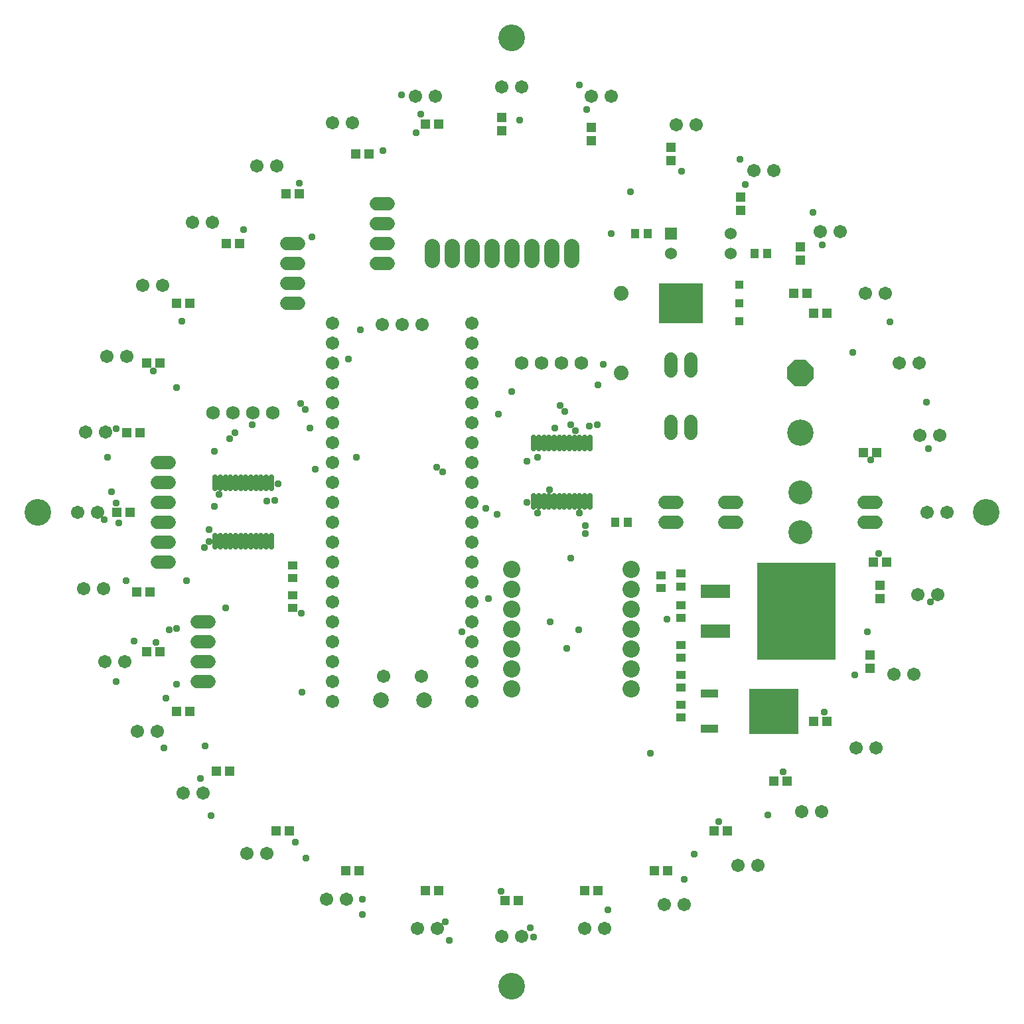
<source format=gbr>
G04 EAGLE Gerber RS-274X export*
G75*
%MOMM*%
%FSLAX34Y34*%
%LPD*%
%INSoldermask Top*%
%IPPOS*%
%AMOC8*
5,1,8,0,0,1.08239X$1,22.5*%
G01*
G04 Define Apertures*
%ADD10C,3.403200*%
%ADD11R,1.173400X1.124100*%
%ADD12P,3.62904X8X112.5*%
%ADD13C,3.352800*%
%ADD14C,1.879600*%
%ADD15C,2.203200*%
%ADD16R,1.203200X1.303200*%
%ADD17R,1.303200X1.203200*%
%ADD18R,1.001900X1.177100*%
%ADD19C,1.710300*%
%ADD20C,0.653200*%
%ADD21C,1.711200*%
%ADD22C,2.003200*%
%ADD23C,1.703200*%
%ADD24R,1.524000X1.524000*%
%ADD25C,1.524000*%
%ADD26R,2.193800X1.142200*%
%ADD27R,6.324600X5.715000*%
%ADD28C,1.981200*%
%ADD29C,1.727200*%
%ADD30C,1.727200*%
%ADD31R,1.177100X1.001900*%
%ADD32R,1.111200X1.112200*%
%ADD33R,5.708600X5.127000*%
%ADD34R,3.703200X1.803200*%
%ADD35R,9.953200X12.403200*%
%ADD36C,0.959600*%
%ADD37C,3.053200*%
D10*
X605000Y0D03*
X0Y-605000D03*
X-605000Y0D03*
X0Y605000D03*
D11*
X215900Y-208154D03*
X215900Y-223646D03*
X215900Y-261746D03*
X215900Y-246254D03*
D12*
X368300Y177800D03*
D13*
X368300Y101600D03*
D14*
X139700Y279400D03*
X139700Y177800D03*
D15*
X152400Y-225200D03*
X152400Y-199800D03*
X152400Y-174400D03*
X152400Y-149000D03*
X152400Y-123600D03*
X152400Y-98200D03*
X152400Y-72800D03*
X0Y-72800D03*
X0Y-98200D03*
X0Y-123600D03*
X0Y-149000D03*
X0Y-174400D03*
X0Y-199800D03*
X0Y-225200D03*
D16*
X-503800Y0D03*
X-486800Y0D03*
X-110100Y-482600D03*
X-93100Y-482600D03*
X-211700Y-457200D03*
X-194700Y-457200D03*
X-300600Y-406400D03*
X-283600Y-406400D03*
X-376800Y-330200D03*
X-359800Y-330200D03*
X-427600Y-254000D03*
X-410600Y-254000D03*
X-465700Y-177800D03*
X-448700Y-177800D03*
X-478400Y-101600D03*
X-461400Y-101600D03*
X478400Y-63500D03*
X461400Y-63500D03*
D17*
X469900Y-93100D03*
X469900Y-110100D03*
X457200Y-182000D03*
X457200Y-199000D03*
D16*
X-491100Y101600D03*
X-474100Y101600D03*
X402200Y-266700D03*
X385200Y-266700D03*
X351400Y-342900D03*
X334400Y-342900D03*
X275200Y-406400D03*
X258200Y-406400D03*
X199000Y-457200D03*
X182000Y-457200D03*
X110100Y-482600D03*
X93100Y-482600D03*
D17*
X-12700Y503800D03*
X-12700Y486800D03*
X101600Y491100D03*
X101600Y474100D03*
X203200Y465700D03*
X203200Y448700D03*
X292100Y402200D03*
X292100Y385200D03*
X368300Y338700D03*
X368300Y321700D03*
D16*
X-465700Y190500D03*
X-448700Y190500D03*
X376800Y279400D03*
X359800Y279400D03*
X402200Y254000D03*
X385200Y254000D03*
X465700Y76200D03*
X448700Y76200D03*
D18*
X173252Y355600D03*
X156948Y355600D03*
X309348Y330200D03*
X325652Y330200D03*
D16*
X-427600Y266700D03*
X-410600Y266700D03*
X-364100Y342900D03*
X-347100Y342900D03*
X-287900Y406400D03*
X-270900Y406400D03*
X-199000Y457200D03*
X-182000Y457200D03*
X-110100Y495300D03*
X-93100Y495300D03*
X-8500Y-495300D03*
X8500Y-495300D03*
D19*
X-528320Y0D03*
X-553720Y0D03*
X-95250Y-530860D03*
X-120650Y-530860D03*
X-210820Y-494030D03*
X-236220Y-494030D03*
X-312420Y-435610D03*
X-337820Y-435610D03*
X-393700Y-358140D03*
X-419100Y-358140D03*
X-452120Y-279400D03*
X-477520Y-279400D03*
X-494030Y-190500D03*
X-519430Y-190500D03*
X-520700Y-97790D03*
X-546100Y-97790D03*
X554990Y0D03*
X529590Y0D03*
X543560Y-105410D03*
X518160Y-105410D03*
X513080Y-207010D03*
X487680Y-207010D03*
X-518415Y102168D03*
X-543815Y102168D03*
X464820Y-300990D03*
X439420Y-300990D03*
X394970Y-382270D03*
X369570Y-382270D03*
X313690Y-450850D03*
X288290Y-450850D03*
X219710Y-500380D03*
X194310Y-500380D03*
X118110Y-530860D03*
X92710Y-530860D03*
X12700Y542205D03*
X-12700Y542205D03*
X127000Y530860D03*
X101600Y530860D03*
X234950Y494030D03*
X209550Y494030D03*
X334010Y435610D03*
X308610Y435610D03*
X419100Y358140D03*
X393700Y358140D03*
X-491188Y198702D03*
X-516588Y198702D03*
X476250Y279400D03*
X450850Y279400D03*
X519430Y190500D03*
X494030Y190500D03*
X546100Y97790D03*
X520700Y97790D03*
X-445770Y289560D03*
X-471170Y289560D03*
X-382270Y369570D03*
X-407670Y369570D03*
X-299720Y441960D03*
X-325120Y441960D03*
X-203200Y496570D03*
X-228600Y496570D03*
X-97790Y530860D03*
X-123190Y530860D03*
X12700Y-541020D03*
X-12700Y-541020D03*
D20*
X99250Y81050D02*
X99250Y95050D01*
X92750Y95050D02*
X92750Y81050D01*
X86250Y81050D02*
X86250Y95050D01*
X79750Y95050D02*
X79750Y81050D01*
X73250Y81050D02*
X73250Y95050D01*
X66750Y95050D02*
X66750Y81050D01*
X60250Y81050D02*
X60250Y95050D01*
X53750Y95050D02*
X53750Y81050D01*
X47250Y81050D02*
X47250Y95050D01*
X40750Y95050D02*
X40750Y81050D01*
X34250Y81050D02*
X34250Y95050D01*
X27750Y95050D02*
X27750Y81050D01*
X27750Y20550D02*
X27750Y6550D01*
X34250Y6550D02*
X34250Y20550D01*
X40750Y20550D02*
X40750Y6550D01*
X47250Y6550D02*
X47250Y20550D01*
X53750Y20550D02*
X53750Y6550D01*
X60250Y6550D02*
X60250Y20550D01*
X66750Y20550D02*
X66750Y6550D01*
X73250Y6550D02*
X73250Y20550D01*
X79750Y20550D02*
X79750Y6550D01*
X86250Y6550D02*
X86250Y20550D01*
X92750Y20550D02*
X92750Y6550D01*
X99250Y6550D02*
X99250Y20550D01*
X-378650Y-30250D02*
X-378650Y-44250D01*
X-372150Y-44250D02*
X-372150Y-30250D01*
X-365650Y-30250D02*
X-365650Y-44250D01*
X-359150Y-44250D02*
X-359150Y-30250D01*
X-352650Y-30250D02*
X-352650Y-44250D01*
X-346150Y-44250D02*
X-346150Y-30250D01*
X-339650Y-30250D02*
X-339650Y-44250D01*
X-333150Y-44250D02*
X-333150Y-30250D01*
X-326650Y-30250D02*
X-326650Y-44250D01*
X-320150Y-44250D02*
X-320150Y-30250D01*
X-313650Y-30250D02*
X-313650Y-44250D01*
X-307150Y-44250D02*
X-307150Y-30250D01*
X-307150Y30250D02*
X-307150Y44250D01*
X-313650Y44250D02*
X-313650Y30250D01*
X-320150Y30250D02*
X-320150Y44250D01*
X-326650Y44250D02*
X-326650Y30250D01*
X-333150Y30250D02*
X-333150Y44250D01*
X-339650Y44250D02*
X-339650Y30250D01*
X-346150Y30250D02*
X-346150Y44250D01*
X-352650Y44250D02*
X-352650Y30250D01*
X-359150Y30250D02*
X-359150Y44250D01*
X-365650Y44250D02*
X-365650Y30250D01*
X-372150Y30250D02*
X-372150Y44250D01*
X-378650Y44250D02*
X-378650Y30250D01*
D21*
X-50800Y-241300D03*
X-50800Y-215900D03*
X-50800Y-88900D03*
X-50800Y-63500D03*
X-50800Y-190500D03*
X-50800Y-165100D03*
X-50800Y-114300D03*
X-50800Y-139700D03*
X-50800Y-38100D03*
X-50800Y-12700D03*
X-50800Y12700D03*
X-50800Y38100D03*
X-50800Y63500D03*
X-50800Y88900D03*
X-50800Y114300D03*
X-50800Y139700D03*
X-50800Y165100D03*
X-50800Y190500D03*
X-50800Y215900D03*
X-50800Y241300D03*
X-228600Y241300D03*
X-228600Y215900D03*
X-228600Y190500D03*
X-228600Y165100D03*
X-228600Y139700D03*
X-228600Y114300D03*
X-228600Y88900D03*
X-228600Y63500D03*
X-228600Y38100D03*
X-228600Y12700D03*
X-228600Y-12700D03*
X-228600Y-38100D03*
X-228600Y-63500D03*
X-228600Y-88900D03*
X-228600Y-114300D03*
X-228600Y-139700D03*
X-228600Y-165100D03*
X-228600Y-190500D03*
X-228600Y-215900D03*
X-228600Y-241300D03*
D22*
X-112450Y-240000D03*
X-166950Y-240000D03*
D23*
X-115450Y-209700D03*
X-163950Y-209700D03*
D21*
X-114300Y239000D03*
X-139700Y239000D03*
X-165100Y239000D03*
D24*
X203200Y354974D03*
D25*
X203200Y329574D03*
X279400Y329574D03*
X279400Y354974D03*
D26*
X251849Y-231500D03*
X251849Y-276500D03*
D27*
X333883Y-254000D03*
D28*
X-25400Y321310D02*
X-25400Y339090D01*
X0Y339090D02*
X0Y321310D01*
X-50800Y321310D02*
X-50800Y339090D01*
X-76200Y339090D02*
X-76200Y321310D01*
X-101600Y321310D02*
X-101600Y339090D01*
X25400Y339090D02*
X25400Y321310D01*
X50800Y321310D02*
X50800Y339090D01*
X76200Y339090D02*
X76200Y321310D01*
D29*
X449580Y12700D02*
X464820Y12700D01*
X464820Y-12700D02*
X449580Y-12700D01*
X210820Y12700D02*
X195580Y12700D01*
X195580Y-12700D02*
X210820Y-12700D01*
X271780Y12700D02*
X287020Y12700D01*
X287020Y-12700D02*
X271780Y-12700D01*
X-271780Y317500D02*
X-287020Y317500D01*
X-287020Y292100D02*
X-271780Y292100D01*
X-271780Y266700D02*
X-287020Y266700D01*
X-287020Y342900D02*
X-271780Y342900D01*
X-172720Y368300D02*
X-157480Y368300D01*
X-157480Y342900D02*
X-172720Y342900D01*
X-172720Y317500D02*
X-157480Y317500D01*
X-157480Y393700D02*
X-172720Y393700D01*
X202692Y195580D02*
X202692Y180340D01*
X228092Y180340D02*
X228092Y195580D01*
X203200Y115927D02*
X203200Y100687D01*
X228600Y100687D02*
X228600Y115927D01*
D30*
X63500Y190500D03*
X38100Y190500D03*
X12700Y190500D03*
X88900Y190500D03*
X-330200Y127000D03*
X-355600Y127000D03*
X-381000Y127000D03*
X-304800Y127000D03*
D18*
X131548Y-12700D03*
X147852Y-12700D03*
D31*
X-279400Y-84352D03*
X-279400Y-68048D03*
X-279400Y-122452D03*
X-279400Y-106148D03*
X215900Y-118848D03*
X215900Y-135152D03*
X215900Y-78513D03*
X215900Y-94817D03*
D32*
X290203Y243586D03*
X290203Y266700D03*
X290203Y289814D03*
D33*
X215384Y266700D03*
D29*
X-436880Y12700D02*
X-452120Y12700D01*
X-452120Y38100D02*
X-436880Y38100D01*
X-436880Y63500D02*
X-452120Y63500D01*
X-452120Y-12700D02*
X-436880Y-12700D01*
X-436880Y-38100D02*
X-452120Y-38100D01*
X-452120Y-63500D02*
X-436880Y-63500D01*
X-401320Y-190500D02*
X-386080Y-190500D01*
X-386080Y-165100D02*
X-401320Y-165100D01*
X-401320Y-139700D02*
X-386080Y-139700D01*
X-386080Y-215900D02*
X-401320Y-215900D01*
D11*
X190500Y-81154D03*
X190500Y-96646D03*
X215900Y-170054D03*
X215900Y-185546D03*
D34*
X259770Y-101400D03*
X259770Y-152200D03*
D35*
X362520Y-126800D03*
D36*
X70000Y-173750D03*
X-380000Y7500D03*
X-342500Y360000D03*
X55000Y107500D03*
X110000Y162500D03*
X61250Y136250D03*
X151250Y408750D03*
X67500Y128750D03*
X75000Y111250D03*
X81250Y103750D03*
X98750Y110000D03*
X108750Y111250D03*
X93750Y-17500D03*
X467500Y-52500D03*
X86250Y-1250D03*
X93750Y-27500D03*
X453750Y-152500D03*
X75000Y-58750D03*
X398750Y-255000D03*
X85000Y-150000D03*
X346250Y-331250D03*
X176250Y-307500D03*
X263750Y-395000D03*
X122500Y-507500D03*
X-267500Y-230000D03*
X-13750Y-483750D03*
X-427500Y-148750D03*
X-427500Y-220000D03*
X-437500Y-150000D03*
X-453750Y-166250D03*
X-492500Y-87500D03*
X-415000Y-87500D03*
X-505000Y11250D03*
X-373750Y22500D03*
X-380000Y77500D03*
X-360000Y93750D03*
X-457500Y180000D03*
X-353750Y101250D03*
X-427500Y158750D03*
X-331250Y111250D03*
X-208750Y195000D03*
X-255000Y351250D03*
X-122500Y483750D03*
X32500Y70000D03*
X-33750Y5000D03*
X32500Y-1250D03*
X18750Y12500D03*
X-198750Y70000D03*
X-251250Y55000D03*
X-270000Y138750D03*
X-263750Y131250D03*
X47500Y28750D03*
X-386250Y-37500D03*
X95000Y513750D03*
X86250Y545000D03*
X297500Y417500D03*
X291250Y450000D03*
X-80000Y-546250D03*
X-85000Y-522500D03*
X-191250Y-493750D03*
X-191250Y-513750D03*
X-443750Y-301250D03*
X-441250Y-237500D03*
X-505000Y-216250D03*
X-482500Y-165000D03*
X-141250Y532500D03*
X-116250Y507500D03*
X396250Y341250D03*
X383750Y382500D03*
X-397500Y-340000D03*
X-383750Y-387500D03*
X-520000Y-10000D03*
X-511250Y26250D03*
X27500Y-542500D03*
X23750Y-530000D03*
X-365000Y-122500D03*
X-30000Y-110000D03*
X-63750Y-152500D03*
X0Y153750D03*
X126250Y355000D03*
X-193750Y232500D03*
X-96250Y57500D03*
X-88750Y51250D03*
X48750Y-140000D03*
X116250Y188750D03*
X-392500Y-45000D03*
X-386250Y-22500D03*
X-17500Y125000D03*
X-18750Y-2500D03*
X10000Y500000D03*
X197500Y-136250D03*
X-268750Y-128750D03*
X-302500Y15000D03*
X-312500Y13750D03*
X-298750Y36250D03*
X-257500Y107500D03*
X-262500Y-441250D03*
X-165000Y461250D03*
X220000Y-468750D03*
X326250Y-386250D03*
X528750Y140000D03*
X531250Y81250D03*
X482500Y242500D03*
X533750Y-115000D03*
X-516250Y70000D03*
X-505000Y106250D03*
D37*
X368300Y-25400D03*
D36*
X-276250Y-421250D03*
X437500Y-207500D03*
X232500Y-436250D03*
X-501250Y-13750D03*
X-421250Y243750D03*
X435000Y203750D03*
X457500Y66250D03*
X18750Y65000D03*
X-271250Y420000D03*
X216250Y435000D03*
X-391250Y-298750D03*
D37*
X368300Y25400D03*
M02*

</source>
